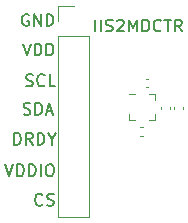
<source format=gbr>
%TF.GenerationSoftware,KiCad,Pcbnew,(6.0.5-0)*%
%TF.CreationDate,2023-04-24T20:53:51-07:00*%
%TF.ProjectId,Magnetometer_Breakout_IIS2MDCTR,4d61676e-6574-46f6-9d65-7465725f4272,rev?*%
%TF.SameCoordinates,Original*%
%TF.FileFunction,Legend,Top*%
%TF.FilePolarity,Positive*%
%FSLAX46Y46*%
G04 Gerber Fmt 4.6, Leading zero omitted, Abs format (unit mm)*
G04 Created by KiCad (PCBNEW (6.0.5-0)) date 2023-04-24 20:53:51*
%MOMM*%
%LPD*%
G01*
G04 APERTURE LIST*
%ADD10C,0.150000*%
%ADD11C,0.120000*%
G04 APERTURE END LIST*
D10*
X101024761Y-89682380D02*
X101358095Y-90682380D01*
X101691428Y-89682380D01*
X102024761Y-90682380D02*
X102024761Y-89682380D01*
X102262857Y-89682380D01*
X102405714Y-89730000D01*
X102500952Y-89825238D01*
X102548571Y-89920476D01*
X102596190Y-90110952D01*
X102596190Y-90253809D01*
X102548571Y-90444285D01*
X102500952Y-90539523D01*
X102405714Y-90634761D01*
X102262857Y-90682380D01*
X102024761Y-90682380D01*
X103024761Y-90682380D02*
X103024761Y-89682380D01*
X103262857Y-89682380D01*
X103405714Y-89730000D01*
X103500952Y-89825238D01*
X103548571Y-89920476D01*
X103596190Y-90110952D01*
X103596190Y-90253809D01*
X103548571Y-90444285D01*
X103500952Y-90539523D01*
X103405714Y-90634761D01*
X103262857Y-90682380D01*
X103024761Y-90682380D01*
X104024761Y-90682380D02*
X104024761Y-89682380D01*
X104691428Y-89682380D02*
X104881904Y-89682380D01*
X104977142Y-89730000D01*
X105072380Y-89825238D01*
X105120000Y-90015714D01*
X105120000Y-90349047D01*
X105072380Y-90539523D01*
X104977142Y-90634761D01*
X104881904Y-90682380D01*
X104691428Y-90682380D01*
X104596190Y-90634761D01*
X104500952Y-90539523D01*
X104453333Y-90349047D01*
X104453333Y-90015714D01*
X104500952Y-89825238D01*
X104596190Y-89730000D01*
X104691428Y-89682380D01*
X101759523Y-88022380D02*
X101759523Y-87022380D01*
X101997619Y-87022380D01*
X102140476Y-87070000D01*
X102235714Y-87165238D01*
X102283333Y-87260476D01*
X102330952Y-87450952D01*
X102330952Y-87593809D01*
X102283333Y-87784285D01*
X102235714Y-87879523D01*
X102140476Y-87974761D01*
X101997619Y-88022380D01*
X101759523Y-88022380D01*
X103330952Y-88022380D02*
X102997619Y-87546190D01*
X102759523Y-88022380D02*
X102759523Y-87022380D01*
X103140476Y-87022380D01*
X103235714Y-87070000D01*
X103283333Y-87117619D01*
X103330952Y-87212857D01*
X103330952Y-87355714D01*
X103283333Y-87450952D01*
X103235714Y-87498571D01*
X103140476Y-87546190D01*
X102759523Y-87546190D01*
X103759523Y-88022380D02*
X103759523Y-87022380D01*
X103997619Y-87022380D01*
X104140476Y-87070000D01*
X104235714Y-87165238D01*
X104283333Y-87260476D01*
X104330952Y-87450952D01*
X104330952Y-87593809D01*
X104283333Y-87784285D01*
X104235714Y-87879523D01*
X104140476Y-87974761D01*
X103997619Y-88022380D01*
X103759523Y-88022380D01*
X104950000Y-87546190D02*
X104950000Y-88022380D01*
X104616666Y-87022380D02*
X104950000Y-87546190D01*
X105283333Y-87022380D01*
X102988095Y-77020000D02*
X102892857Y-76972380D01*
X102750000Y-76972380D01*
X102607142Y-77020000D01*
X102511904Y-77115238D01*
X102464285Y-77210476D01*
X102416666Y-77400952D01*
X102416666Y-77543809D01*
X102464285Y-77734285D01*
X102511904Y-77829523D01*
X102607142Y-77924761D01*
X102750000Y-77972380D01*
X102845238Y-77972380D01*
X102988095Y-77924761D01*
X103035714Y-77877142D01*
X103035714Y-77543809D01*
X102845238Y-77543809D01*
X103464285Y-77972380D02*
X103464285Y-76972380D01*
X104035714Y-77972380D01*
X104035714Y-76972380D01*
X104511904Y-77972380D02*
X104511904Y-76972380D01*
X104750000Y-76972380D01*
X104892857Y-77020000D01*
X104988095Y-77115238D01*
X105035714Y-77210476D01*
X105083333Y-77400952D01*
X105083333Y-77543809D01*
X105035714Y-77734285D01*
X104988095Y-77829523D01*
X104892857Y-77924761D01*
X104750000Y-77972380D01*
X104511904Y-77972380D01*
X102769523Y-83024761D02*
X102912380Y-83072380D01*
X103150476Y-83072380D01*
X103245714Y-83024761D01*
X103293333Y-82977142D01*
X103340952Y-82881904D01*
X103340952Y-82786666D01*
X103293333Y-82691428D01*
X103245714Y-82643809D01*
X103150476Y-82596190D01*
X102960000Y-82548571D01*
X102864761Y-82500952D01*
X102817142Y-82453333D01*
X102769523Y-82358095D01*
X102769523Y-82262857D01*
X102817142Y-82167619D01*
X102864761Y-82120000D01*
X102960000Y-82072380D01*
X103198095Y-82072380D01*
X103340952Y-82120000D01*
X104340952Y-82977142D02*
X104293333Y-83024761D01*
X104150476Y-83072380D01*
X104055238Y-83072380D01*
X103912380Y-83024761D01*
X103817142Y-82929523D01*
X103769523Y-82834285D01*
X103721904Y-82643809D01*
X103721904Y-82500952D01*
X103769523Y-82310476D01*
X103817142Y-82215238D01*
X103912380Y-82120000D01*
X104055238Y-82072380D01*
X104150476Y-82072380D01*
X104293333Y-82120000D01*
X104340952Y-82167619D01*
X105245714Y-83072380D02*
X104769523Y-83072380D01*
X104769523Y-82072380D01*
X104163333Y-93087142D02*
X104115714Y-93134761D01*
X103972857Y-93182380D01*
X103877619Y-93182380D01*
X103734761Y-93134761D01*
X103639523Y-93039523D01*
X103591904Y-92944285D01*
X103544285Y-92753809D01*
X103544285Y-92610952D01*
X103591904Y-92420476D01*
X103639523Y-92325238D01*
X103734761Y-92230000D01*
X103877619Y-92182380D01*
X103972857Y-92182380D01*
X104115714Y-92230000D01*
X104163333Y-92277619D01*
X104544285Y-93134761D02*
X104687142Y-93182380D01*
X104925238Y-93182380D01*
X105020476Y-93134761D01*
X105068095Y-93087142D01*
X105115714Y-92991904D01*
X105115714Y-92896666D01*
X105068095Y-92801428D01*
X105020476Y-92753809D01*
X104925238Y-92706190D01*
X104734761Y-92658571D01*
X104639523Y-92610952D01*
X104591904Y-92563333D01*
X104544285Y-92468095D01*
X104544285Y-92372857D01*
X104591904Y-92277619D01*
X104639523Y-92230000D01*
X104734761Y-92182380D01*
X104972857Y-92182380D01*
X105115714Y-92230000D01*
X102565714Y-85434761D02*
X102708571Y-85482380D01*
X102946666Y-85482380D01*
X103041904Y-85434761D01*
X103089523Y-85387142D01*
X103137142Y-85291904D01*
X103137142Y-85196666D01*
X103089523Y-85101428D01*
X103041904Y-85053809D01*
X102946666Y-85006190D01*
X102756190Y-84958571D01*
X102660952Y-84910952D01*
X102613333Y-84863333D01*
X102565714Y-84768095D01*
X102565714Y-84672857D01*
X102613333Y-84577619D01*
X102660952Y-84530000D01*
X102756190Y-84482380D01*
X102994285Y-84482380D01*
X103137142Y-84530000D01*
X103565714Y-85482380D02*
X103565714Y-84482380D01*
X103803809Y-84482380D01*
X103946666Y-84530000D01*
X104041904Y-84625238D01*
X104089523Y-84720476D01*
X104137142Y-84910952D01*
X104137142Y-85053809D01*
X104089523Y-85244285D01*
X104041904Y-85339523D01*
X103946666Y-85434761D01*
X103803809Y-85482380D01*
X103565714Y-85482380D01*
X104518095Y-85196666D02*
X104994285Y-85196666D01*
X104422857Y-85482380D02*
X104756190Y-84482380D01*
X105089523Y-85482380D01*
X102506666Y-79472380D02*
X102840000Y-80472380D01*
X103173333Y-79472380D01*
X103506666Y-80472380D02*
X103506666Y-79472380D01*
X103744761Y-79472380D01*
X103887619Y-79520000D01*
X103982857Y-79615238D01*
X104030476Y-79710476D01*
X104078095Y-79900952D01*
X104078095Y-80043809D01*
X104030476Y-80234285D01*
X103982857Y-80329523D01*
X103887619Y-80424761D01*
X103744761Y-80472380D01*
X103506666Y-80472380D01*
X104506666Y-80472380D02*
X104506666Y-79472380D01*
X104744761Y-79472380D01*
X104887619Y-79520000D01*
X104982857Y-79615238D01*
X105030476Y-79710476D01*
X105078095Y-79900952D01*
X105078095Y-80043809D01*
X105030476Y-80234285D01*
X104982857Y-80329523D01*
X104887619Y-80424761D01*
X104744761Y-80472380D01*
X104506666Y-80472380D01*
%TO.C,U1*%
X108625142Y-78430380D02*
X108625142Y-77430380D01*
X109101333Y-78430380D02*
X109101333Y-77430380D01*
X109529904Y-78382761D02*
X109672761Y-78430380D01*
X109910857Y-78430380D01*
X110006095Y-78382761D01*
X110053714Y-78335142D01*
X110101333Y-78239904D01*
X110101333Y-78144666D01*
X110053714Y-78049428D01*
X110006095Y-78001809D01*
X109910857Y-77954190D01*
X109720380Y-77906571D01*
X109625142Y-77858952D01*
X109577523Y-77811333D01*
X109529904Y-77716095D01*
X109529904Y-77620857D01*
X109577523Y-77525619D01*
X109625142Y-77478000D01*
X109720380Y-77430380D01*
X109958476Y-77430380D01*
X110101333Y-77478000D01*
X110482285Y-77525619D02*
X110529904Y-77478000D01*
X110625142Y-77430380D01*
X110863238Y-77430380D01*
X110958476Y-77478000D01*
X111006095Y-77525619D01*
X111053714Y-77620857D01*
X111053714Y-77716095D01*
X111006095Y-77858952D01*
X110434666Y-78430380D01*
X111053714Y-78430380D01*
X111482285Y-78430380D02*
X111482285Y-77430380D01*
X111815619Y-78144666D01*
X112148952Y-77430380D01*
X112148952Y-78430380D01*
X112625142Y-78430380D02*
X112625142Y-77430380D01*
X112863238Y-77430380D01*
X113006095Y-77478000D01*
X113101333Y-77573238D01*
X113148952Y-77668476D01*
X113196571Y-77858952D01*
X113196571Y-78001809D01*
X113148952Y-78192285D01*
X113101333Y-78287523D01*
X113006095Y-78382761D01*
X112863238Y-78430380D01*
X112625142Y-78430380D01*
X114196571Y-78335142D02*
X114148952Y-78382761D01*
X114006095Y-78430380D01*
X113910857Y-78430380D01*
X113767999Y-78382761D01*
X113672761Y-78287523D01*
X113625142Y-78192285D01*
X113577523Y-78001809D01*
X113577523Y-77858952D01*
X113625142Y-77668476D01*
X113672761Y-77573238D01*
X113767999Y-77478000D01*
X113910857Y-77430380D01*
X114006095Y-77430380D01*
X114148952Y-77478000D01*
X114196571Y-77525619D01*
X114482285Y-77430380D02*
X115053714Y-77430380D01*
X114767999Y-78430380D02*
X114767999Y-77430380D01*
X115958476Y-78430380D02*
X115625142Y-77954190D01*
X115387047Y-78430380D02*
X115387047Y-77430380D01*
X115768000Y-77430380D01*
X115863238Y-77478000D01*
X115910857Y-77525619D01*
X115958476Y-77620857D01*
X115958476Y-77763714D01*
X115910857Y-77858952D01*
X115863238Y-77906571D01*
X115768000Y-77954190D01*
X115387047Y-77954190D01*
D11*
X111465000Y-83735000D02*
X111465000Y-83735000D01*
X113665000Y-85435000D02*
X113665000Y-85935000D01*
X111965000Y-85935000D02*
X111465000Y-85935000D01*
X113665000Y-84235000D02*
X113665000Y-84235000D01*
X113665000Y-83735000D02*
X113665000Y-84235000D01*
X111965000Y-83735000D02*
X111465000Y-83735000D01*
X111465000Y-85935000D02*
X111465000Y-85435000D01*
X111465000Y-85435000D02*
X111465000Y-85435000D01*
X113665000Y-85935000D02*
X113165000Y-85935000D01*
X113165000Y-83735000D02*
X113665000Y-83735000D01*
X113165000Y-85935000D02*
X113165000Y-85935000D01*
%TO.C,J1*%
X105470000Y-76245000D02*
X106800000Y-76245000D01*
X108130000Y-78845000D02*
X108130000Y-94145000D01*
X105470000Y-77575000D02*
X105470000Y-76245000D01*
X105470000Y-78845000D02*
X108130000Y-78845000D01*
X105470000Y-94145000D02*
X108130000Y-94145000D01*
X105470000Y-78845000D02*
X105470000Y-94145000D01*
%TO.C,C2*%
X116050000Y-84802164D02*
X116050000Y-85017836D01*
X115330000Y-84802164D02*
X115330000Y-85017836D01*
%TO.C,C1*%
X112442164Y-86550000D02*
X112657836Y-86550000D01*
X112442164Y-87270000D02*
X112657836Y-87270000D01*
%TO.C,C3*%
X114230000Y-84802164D02*
X114230000Y-85017836D01*
X114950000Y-84802164D02*
X114950000Y-85017836D01*
%TO.C,C4*%
X113107836Y-82440000D02*
X112892164Y-82440000D01*
X113107836Y-83160000D02*
X112892164Y-83160000D01*
%TD*%
M02*

</source>
